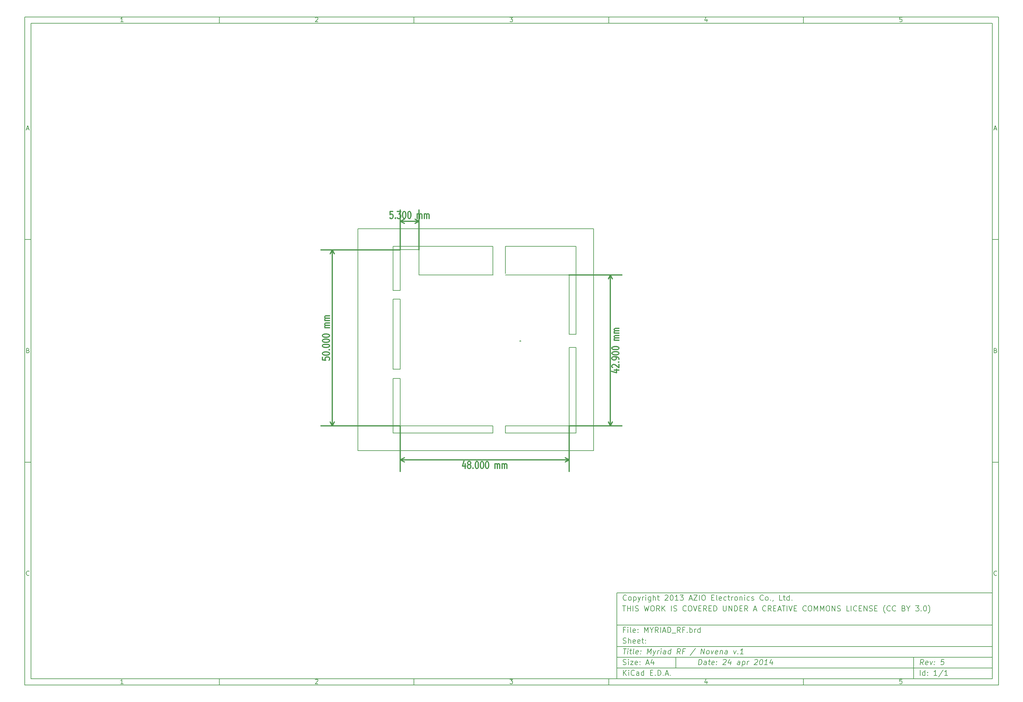
<source format=gbr>
G04 (created by PCBNEW (2013-05-31 BZR 4019)-stable) date 24/04/2014 12:04:12*
%MOIN*%
G04 Gerber Fmt 3.4, Leading zero omitted, Abs format*
%FSLAX34Y34*%
G01*
G70*
G90*
G04 APERTURE LIST*
%ADD10C,0.00590551*%
%ADD11C,0.012*%
%ADD12C,0.0077*%
G04 APERTURE END LIST*
G54D10*
X4000Y-4000D02*
X112930Y-4000D01*
X112930Y-78680D01*
X4000Y-78680D01*
X4000Y-4000D01*
X4700Y-4700D02*
X112230Y-4700D01*
X112230Y-77980D01*
X4700Y-77980D01*
X4700Y-4700D01*
X25780Y-4000D02*
X25780Y-4700D01*
X15032Y-4552D02*
X14747Y-4552D01*
X14890Y-4552D02*
X14890Y-4052D01*
X14842Y-4123D01*
X14794Y-4171D01*
X14747Y-4195D01*
X25780Y-78680D02*
X25780Y-77980D01*
X15032Y-78532D02*
X14747Y-78532D01*
X14890Y-78532D02*
X14890Y-78032D01*
X14842Y-78103D01*
X14794Y-78151D01*
X14747Y-78175D01*
X47560Y-4000D02*
X47560Y-4700D01*
X36527Y-4100D02*
X36550Y-4076D01*
X36598Y-4052D01*
X36717Y-4052D01*
X36765Y-4076D01*
X36789Y-4100D01*
X36812Y-4147D01*
X36812Y-4195D01*
X36789Y-4266D01*
X36503Y-4552D01*
X36812Y-4552D01*
X47560Y-78680D02*
X47560Y-77980D01*
X36527Y-78080D02*
X36550Y-78056D01*
X36598Y-78032D01*
X36717Y-78032D01*
X36765Y-78056D01*
X36789Y-78080D01*
X36812Y-78127D01*
X36812Y-78175D01*
X36789Y-78246D01*
X36503Y-78532D01*
X36812Y-78532D01*
X69340Y-4000D02*
X69340Y-4700D01*
X58283Y-4052D02*
X58592Y-4052D01*
X58426Y-4242D01*
X58497Y-4242D01*
X58545Y-4266D01*
X58569Y-4290D01*
X58592Y-4338D01*
X58592Y-4457D01*
X58569Y-4504D01*
X58545Y-4528D01*
X58497Y-4552D01*
X58354Y-4552D01*
X58307Y-4528D01*
X58283Y-4504D01*
X69340Y-78680D02*
X69340Y-77980D01*
X58283Y-78032D02*
X58592Y-78032D01*
X58426Y-78222D01*
X58497Y-78222D01*
X58545Y-78246D01*
X58569Y-78270D01*
X58592Y-78318D01*
X58592Y-78437D01*
X58569Y-78484D01*
X58545Y-78508D01*
X58497Y-78532D01*
X58354Y-78532D01*
X58307Y-78508D01*
X58283Y-78484D01*
X91120Y-4000D02*
X91120Y-4700D01*
X80325Y-4219D02*
X80325Y-4552D01*
X80206Y-4028D02*
X80087Y-4385D01*
X80396Y-4385D01*
X91120Y-78680D02*
X91120Y-77980D01*
X80325Y-78199D02*
X80325Y-78532D01*
X80206Y-78008D02*
X80087Y-78365D01*
X80396Y-78365D01*
X102129Y-4052D02*
X101890Y-4052D01*
X101867Y-4290D01*
X101890Y-4266D01*
X101938Y-4242D01*
X102057Y-4242D01*
X102105Y-4266D01*
X102129Y-4290D01*
X102152Y-4338D01*
X102152Y-4457D01*
X102129Y-4504D01*
X102105Y-4528D01*
X102057Y-4552D01*
X101938Y-4552D01*
X101890Y-4528D01*
X101867Y-4504D01*
X102129Y-78032D02*
X101890Y-78032D01*
X101867Y-78270D01*
X101890Y-78246D01*
X101938Y-78222D01*
X102057Y-78222D01*
X102105Y-78246D01*
X102129Y-78270D01*
X102152Y-78318D01*
X102152Y-78437D01*
X102129Y-78484D01*
X102105Y-78508D01*
X102057Y-78532D01*
X101938Y-78532D01*
X101890Y-78508D01*
X101867Y-78484D01*
X4000Y-28890D02*
X4700Y-28890D01*
X4230Y-16509D02*
X4469Y-16509D01*
X4183Y-16652D02*
X4350Y-16152D01*
X4516Y-16652D01*
X112930Y-28890D02*
X112230Y-28890D01*
X112460Y-16509D02*
X112699Y-16509D01*
X112413Y-16652D02*
X112580Y-16152D01*
X112746Y-16652D01*
X4000Y-53780D02*
X4700Y-53780D01*
X4385Y-41280D02*
X4457Y-41304D01*
X4480Y-41328D01*
X4504Y-41375D01*
X4504Y-41447D01*
X4480Y-41494D01*
X4457Y-41518D01*
X4409Y-41542D01*
X4219Y-41542D01*
X4219Y-41042D01*
X4385Y-41042D01*
X4433Y-41066D01*
X4457Y-41090D01*
X4480Y-41137D01*
X4480Y-41185D01*
X4457Y-41232D01*
X4433Y-41256D01*
X4385Y-41280D01*
X4219Y-41280D01*
X112930Y-53780D02*
X112230Y-53780D01*
X112615Y-41280D02*
X112687Y-41304D01*
X112710Y-41328D01*
X112734Y-41375D01*
X112734Y-41447D01*
X112710Y-41494D01*
X112687Y-41518D01*
X112639Y-41542D01*
X112449Y-41542D01*
X112449Y-41042D01*
X112615Y-41042D01*
X112663Y-41066D01*
X112687Y-41090D01*
X112710Y-41137D01*
X112710Y-41185D01*
X112687Y-41232D01*
X112663Y-41256D01*
X112615Y-41280D01*
X112449Y-41280D01*
X4504Y-66384D02*
X4480Y-66408D01*
X4409Y-66432D01*
X4361Y-66432D01*
X4290Y-66408D01*
X4242Y-66360D01*
X4219Y-66313D01*
X4195Y-66218D01*
X4195Y-66146D01*
X4219Y-66051D01*
X4242Y-66003D01*
X4290Y-65956D01*
X4361Y-65932D01*
X4409Y-65932D01*
X4480Y-65956D01*
X4504Y-65980D01*
X112734Y-66384D02*
X112710Y-66408D01*
X112639Y-66432D01*
X112591Y-66432D01*
X112520Y-66408D01*
X112472Y-66360D01*
X112449Y-66313D01*
X112425Y-66218D01*
X112425Y-66146D01*
X112449Y-66051D01*
X112472Y-66003D01*
X112520Y-65956D01*
X112591Y-65932D01*
X112639Y-65932D01*
X112710Y-65956D01*
X112734Y-65980D01*
X79380Y-76422D02*
X79455Y-75822D01*
X79597Y-75822D01*
X79680Y-75851D01*
X79730Y-75908D01*
X79751Y-75965D01*
X79765Y-76080D01*
X79755Y-76165D01*
X79712Y-76280D01*
X79676Y-76337D01*
X79612Y-76394D01*
X79522Y-76422D01*
X79380Y-76422D01*
X80237Y-76422D02*
X80276Y-76108D01*
X80255Y-76051D01*
X80201Y-76022D01*
X80087Y-76022D01*
X80026Y-76051D01*
X80240Y-76394D02*
X80180Y-76422D01*
X80037Y-76422D01*
X79983Y-76394D01*
X79962Y-76337D01*
X79969Y-76280D01*
X80005Y-76222D01*
X80065Y-76194D01*
X80208Y-76194D01*
X80269Y-76165D01*
X80487Y-76022D02*
X80715Y-76022D01*
X80597Y-75822D02*
X80533Y-76337D01*
X80555Y-76394D01*
X80608Y-76422D01*
X80665Y-76422D01*
X81097Y-76394D02*
X81037Y-76422D01*
X80922Y-76422D01*
X80869Y-76394D01*
X80847Y-76337D01*
X80876Y-76108D01*
X80912Y-76051D01*
X80972Y-76022D01*
X81087Y-76022D01*
X81140Y-76051D01*
X81162Y-76108D01*
X81155Y-76165D01*
X80862Y-76222D01*
X81387Y-76365D02*
X81412Y-76394D01*
X81380Y-76422D01*
X81355Y-76394D01*
X81387Y-76365D01*
X81380Y-76422D01*
X81426Y-76051D02*
X81451Y-76080D01*
X81419Y-76108D01*
X81394Y-76080D01*
X81426Y-76051D01*
X81419Y-76108D01*
X82162Y-75880D02*
X82194Y-75851D01*
X82255Y-75822D01*
X82397Y-75822D01*
X82451Y-75851D01*
X82476Y-75880D01*
X82497Y-75937D01*
X82490Y-75994D01*
X82451Y-76080D01*
X82065Y-76422D01*
X82437Y-76422D01*
X83001Y-76022D02*
X82951Y-76422D01*
X82887Y-75794D02*
X82690Y-76222D01*
X83062Y-76222D01*
X83980Y-76422D02*
X84019Y-76108D01*
X83997Y-76051D01*
X83944Y-76022D01*
X83830Y-76022D01*
X83769Y-76051D01*
X83983Y-76394D02*
X83922Y-76422D01*
X83780Y-76422D01*
X83726Y-76394D01*
X83705Y-76337D01*
X83712Y-76280D01*
X83747Y-76222D01*
X83808Y-76194D01*
X83951Y-76194D01*
X84012Y-76165D01*
X84315Y-76022D02*
X84240Y-76622D01*
X84312Y-76051D02*
X84372Y-76022D01*
X84487Y-76022D01*
X84540Y-76051D01*
X84565Y-76080D01*
X84587Y-76137D01*
X84565Y-76308D01*
X84530Y-76365D01*
X84497Y-76394D01*
X84437Y-76422D01*
X84322Y-76422D01*
X84269Y-76394D01*
X84808Y-76422D02*
X84858Y-76022D01*
X84844Y-76137D02*
X84880Y-76080D01*
X84912Y-76051D01*
X84972Y-76022D01*
X85030Y-76022D01*
X85676Y-75880D02*
X85708Y-75851D01*
X85769Y-75822D01*
X85912Y-75822D01*
X85965Y-75851D01*
X85990Y-75880D01*
X86012Y-75937D01*
X86005Y-75994D01*
X85965Y-76080D01*
X85580Y-76422D01*
X85951Y-76422D01*
X86397Y-75822D02*
X86455Y-75822D01*
X86508Y-75851D01*
X86533Y-75880D01*
X86555Y-75937D01*
X86569Y-76051D01*
X86551Y-76194D01*
X86508Y-76308D01*
X86472Y-76365D01*
X86440Y-76394D01*
X86380Y-76422D01*
X86322Y-76422D01*
X86269Y-76394D01*
X86244Y-76365D01*
X86222Y-76308D01*
X86208Y-76194D01*
X86226Y-76051D01*
X86269Y-75937D01*
X86305Y-75880D01*
X86337Y-75851D01*
X86397Y-75822D01*
X87094Y-76422D02*
X86751Y-76422D01*
X86922Y-76422D02*
X86997Y-75822D01*
X86930Y-75908D01*
X86865Y-75965D01*
X86805Y-75994D01*
X87658Y-76022D02*
X87608Y-76422D01*
X87544Y-75794D02*
X87347Y-76222D01*
X87719Y-76222D01*
X70972Y-77622D02*
X70972Y-77022D01*
X71315Y-77622D02*
X71058Y-77280D01*
X71315Y-77022D02*
X70972Y-77365D01*
X71572Y-77622D02*
X71572Y-77222D01*
X71572Y-77022D02*
X71544Y-77051D01*
X71572Y-77080D01*
X71601Y-77051D01*
X71572Y-77022D01*
X71572Y-77080D01*
X72201Y-77565D02*
X72172Y-77594D01*
X72087Y-77622D01*
X72030Y-77622D01*
X71944Y-77594D01*
X71887Y-77537D01*
X71858Y-77480D01*
X71830Y-77365D01*
X71830Y-77280D01*
X71858Y-77165D01*
X71887Y-77108D01*
X71944Y-77051D01*
X72030Y-77022D01*
X72087Y-77022D01*
X72172Y-77051D01*
X72201Y-77080D01*
X72715Y-77622D02*
X72715Y-77308D01*
X72687Y-77251D01*
X72630Y-77222D01*
X72515Y-77222D01*
X72458Y-77251D01*
X72715Y-77594D02*
X72658Y-77622D01*
X72515Y-77622D01*
X72458Y-77594D01*
X72430Y-77537D01*
X72430Y-77480D01*
X72458Y-77422D01*
X72515Y-77394D01*
X72658Y-77394D01*
X72715Y-77365D01*
X73258Y-77622D02*
X73258Y-77022D01*
X73258Y-77594D02*
X73201Y-77622D01*
X73087Y-77622D01*
X73030Y-77594D01*
X73001Y-77565D01*
X72972Y-77508D01*
X72972Y-77337D01*
X73001Y-77280D01*
X73030Y-77251D01*
X73087Y-77222D01*
X73201Y-77222D01*
X73258Y-77251D01*
X74001Y-77308D02*
X74201Y-77308D01*
X74287Y-77622D02*
X74001Y-77622D01*
X74001Y-77022D01*
X74287Y-77022D01*
X74544Y-77565D02*
X74572Y-77594D01*
X74544Y-77622D01*
X74515Y-77594D01*
X74544Y-77565D01*
X74544Y-77622D01*
X74829Y-77622D02*
X74829Y-77022D01*
X74972Y-77022D01*
X75058Y-77051D01*
X75115Y-77108D01*
X75144Y-77165D01*
X75172Y-77280D01*
X75172Y-77365D01*
X75144Y-77480D01*
X75115Y-77537D01*
X75058Y-77594D01*
X74972Y-77622D01*
X74829Y-77622D01*
X75429Y-77565D02*
X75458Y-77594D01*
X75429Y-77622D01*
X75401Y-77594D01*
X75429Y-77565D01*
X75429Y-77622D01*
X75687Y-77451D02*
X75972Y-77451D01*
X75629Y-77622D02*
X75829Y-77022D01*
X76029Y-77622D01*
X76229Y-77565D02*
X76258Y-77594D01*
X76229Y-77622D01*
X76201Y-77594D01*
X76229Y-77565D01*
X76229Y-77622D01*
X104522Y-76422D02*
X104358Y-76137D01*
X104180Y-76422D02*
X104255Y-75822D01*
X104483Y-75822D01*
X104537Y-75851D01*
X104562Y-75880D01*
X104583Y-75937D01*
X104572Y-76022D01*
X104537Y-76080D01*
X104505Y-76108D01*
X104444Y-76137D01*
X104215Y-76137D01*
X105012Y-76394D02*
X104951Y-76422D01*
X104837Y-76422D01*
X104783Y-76394D01*
X104762Y-76337D01*
X104790Y-76108D01*
X104826Y-76051D01*
X104887Y-76022D01*
X105001Y-76022D01*
X105055Y-76051D01*
X105076Y-76108D01*
X105069Y-76165D01*
X104776Y-76222D01*
X105287Y-76022D02*
X105380Y-76422D01*
X105572Y-76022D01*
X105758Y-76365D02*
X105783Y-76394D01*
X105751Y-76422D01*
X105726Y-76394D01*
X105758Y-76365D01*
X105751Y-76422D01*
X105797Y-76051D02*
X105822Y-76080D01*
X105790Y-76108D01*
X105765Y-76080D01*
X105797Y-76051D01*
X105790Y-76108D01*
X106855Y-75822D02*
X106569Y-75822D01*
X106505Y-76108D01*
X106537Y-76080D01*
X106597Y-76051D01*
X106740Y-76051D01*
X106794Y-76080D01*
X106819Y-76108D01*
X106840Y-76165D01*
X106822Y-76308D01*
X106787Y-76365D01*
X106755Y-76394D01*
X106694Y-76422D01*
X106551Y-76422D01*
X106497Y-76394D01*
X106472Y-76365D01*
X70944Y-76394D02*
X71030Y-76422D01*
X71172Y-76422D01*
X71230Y-76394D01*
X71258Y-76365D01*
X71287Y-76308D01*
X71287Y-76251D01*
X71258Y-76194D01*
X71230Y-76165D01*
X71172Y-76137D01*
X71058Y-76108D01*
X71001Y-76080D01*
X70972Y-76051D01*
X70944Y-75994D01*
X70944Y-75937D01*
X70972Y-75880D01*
X71001Y-75851D01*
X71058Y-75822D01*
X71201Y-75822D01*
X71287Y-75851D01*
X71544Y-76422D02*
X71544Y-76022D01*
X71544Y-75822D02*
X71515Y-75851D01*
X71544Y-75880D01*
X71572Y-75851D01*
X71544Y-75822D01*
X71544Y-75880D01*
X71772Y-76022D02*
X72087Y-76022D01*
X71772Y-76422D01*
X72087Y-76422D01*
X72544Y-76394D02*
X72487Y-76422D01*
X72372Y-76422D01*
X72315Y-76394D01*
X72287Y-76337D01*
X72287Y-76108D01*
X72315Y-76051D01*
X72372Y-76022D01*
X72487Y-76022D01*
X72544Y-76051D01*
X72572Y-76108D01*
X72572Y-76165D01*
X72287Y-76222D01*
X72830Y-76365D02*
X72858Y-76394D01*
X72830Y-76422D01*
X72801Y-76394D01*
X72830Y-76365D01*
X72830Y-76422D01*
X72830Y-76051D02*
X72858Y-76080D01*
X72830Y-76108D01*
X72801Y-76080D01*
X72830Y-76051D01*
X72830Y-76108D01*
X73544Y-76251D02*
X73830Y-76251D01*
X73487Y-76422D02*
X73687Y-75822D01*
X73887Y-76422D01*
X74344Y-76022D02*
X74344Y-76422D01*
X74201Y-75794D02*
X74058Y-76222D01*
X74430Y-76222D01*
X104172Y-77622D02*
X104172Y-77022D01*
X104715Y-77622D02*
X104715Y-77022D01*
X104715Y-77594D02*
X104658Y-77622D01*
X104544Y-77622D01*
X104487Y-77594D01*
X104458Y-77565D01*
X104430Y-77508D01*
X104430Y-77337D01*
X104458Y-77280D01*
X104487Y-77251D01*
X104544Y-77222D01*
X104658Y-77222D01*
X104715Y-77251D01*
X105001Y-77565D02*
X105030Y-77594D01*
X105001Y-77622D01*
X104972Y-77594D01*
X105001Y-77565D01*
X105001Y-77622D01*
X105001Y-77251D02*
X105030Y-77280D01*
X105001Y-77308D01*
X104972Y-77280D01*
X105001Y-77251D01*
X105001Y-77308D01*
X106058Y-77622D02*
X105715Y-77622D01*
X105887Y-77622D02*
X105887Y-77022D01*
X105829Y-77108D01*
X105772Y-77165D01*
X105715Y-77194D01*
X106744Y-76994D02*
X106230Y-77765D01*
X107258Y-77622D02*
X106915Y-77622D01*
X107087Y-77622D02*
X107087Y-77022D01*
X107029Y-77108D01*
X106972Y-77165D01*
X106915Y-77194D01*
X70969Y-74622D02*
X71312Y-74622D01*
X71065Y-75222D02*
X71140Y-74622D01*
X71437Y-75222D02*
X71487Y-74822D01*
X71512Y-74622D02*
X71480Y-74651D01*
X71505Y-74680D01*
X71537Y-74651D01*
X71512Y-74622D01*
X71505Y-74680D01*
X71687Y-74822D02*
X71915Y-74822D01*
X71797Y-74622D02*
X71733Y-75137D01*
X71755Y-75194D01*
X71808Y-75222D01*
X71865Y-75222D01*
X72151Y-75222D02*
X72097Y-75194D01*
X72076Y-75137D01*
X72140Y-74622D01*
X72612Y-75194D02*
X72551Y-75222D01*
X72437Y-75222D01*
X72383Y-75194D01*
X72362Y-75137D01*
X72390Y-74908D01*
X72426Y-74851D01*
X72487Y-74822D01*
X72601Y-74822D01*
X72655Y-74851D01*
X72676Y-74908D01*
X72669Y-74965D01*
X72376Y-75022D01*
X72901Y-75165D02*
X72926Y-75194D01*
X72894Y-75222D01*
X72869Y-75194D01*
X72901Y-75165D01*
X72894Y-75222D01*
X72940Y-74851D02*
X72965Y-74880D01*
X72933Y-74908D01*
X72908Y-74880D01*
X72940Y-74851D01*
X72933Y-74908D01*
X73637Y-75222D02*
X73712Y-74622D01*
X73858Y-75051D01*
X74112Y-74622D01*
X74037Y-75222D01*
X74315Y-74822D02*
X74408Y-75222D01*
X74601Y-74822D02*
X74408Y-75222D01*
X74333Y-75365D01*
X74301Y-75394D01*
X74240Y-75422D01*
X74780Y-75222D02*
X74830Y-74822D01*
X74815Y-74937D02*
X74851Y-74880D01*
X74883Y-74851D01*
X74944Y-74822D01*
X75001Y-74822D01*
X75151Y-75222D02*
X75201Y-74822D01*
X75226Y-74622D02*
X75194Y-74651D01*
X75219Y-74680D01*
X75251Y-74651D01*
X75226Y-74622D01*
X75219Y-74680D01*
X75694Y-75222D02*
X75733Y-74908D01*
X75712Y-74851D01*
X75658Y-74822D01*
X75544Y-74822D01*
X75483Y-74851D01*
X75697Y-75194D02*
X75637Y-75222D01*
X75494Y-75222D01*
X75440Y-75194D01*
X75419Y-75137D01*
X75426Y-75080D01*
X75462Y-75022D01*
X75522Y-74994D01*
X75665Y-74994D01*
X75726Y-74965D01*
X76237Y-75222D02*
X76312Y-74622D01*
X76240Y-75194D02*
X76180Y-75222D01*
X76065Y-75222D01*
X76012Y-75194D01*
X75987Y-75165D01*
X75965Y-75108D01*
X75987Y-74937D01*
X76022Y-74880D01*
X76055Y-74851D01*
X76115Y-74822D01*
X76230Y-74822D01*
X76283Y-74851D01*
X77322Y-75222D02*
X77158Y-74937D01*
X76980Y-75222D02*
X77055Y-74622D01*
X77283Y-74622D01*
X77337Y-74651D01*
X77362Y-74680D01*
X77383Y-74737D01*
X77372Y-74822D01*
X77337Y-74880D01*
X77305Y-74908D01*
X77244Y-74937D01*
X77015Y-74937D01*
X77819Y-74908D02*
X77619Y-74908D01*
X77580Y-75222D02*
X77655Y-74622D01*
X77940Y-74622D01*
X79058Y-74594D02*
X78447Y-75365D01*
X79637Y-75222D02*
X79712Y-74622D01*
X79980Y-75222D01*
X80055Y-74622D01*
X80351Y-75222D02*
X80297Y-75194D01*
X80272Y-75165D01*
X80251Y-75108D01*
X80272Y-74937D01*
X80308Y-74880D01*
X80340Y-74851D01*
X80401Y-74822D01*
X80487Y-74822D01*
X80540Y-74851D01*
X80565Y-74880D01*
X80587Y-74937D01*
X80565Y-75108D01*
X80530Y-75165D01*
X80497Y-75194D01*
X80437Y-75222D01*
X80351Y-75222D01*
X80801Y-74822D02*
X80894Y-75222D01*
X81087Y-74822D01*
X81497Y-75194D02*
X81437Y-75222D01*
X81322Y-75222D01*
X81269Y-75194D01*
X81247Y-75137D01*
X81276Y-74908D01*
X81312Y-74851D01*
X81372Y-74822D01*
X81487Y-74822D01*
X81540Y-74851D01*
X81562Y-74908D01*
X81555Y-74965D01*
X81262Y-75022D01*
X81830Y-74822D02*
X81780Y-75222D01*
X81822Y-74880D02*
X81855Y-74851D01*
X81915Y-74822D01*
X82001Y-74822D01*
X82055Y-74851D01*
X82076Y-74908D01*
X82037Y-75222D01*
X82580Y-75222D02*
X82619Y-74908D01*
X82597Y-74851D01*
X82544Y-74822D01*
X82430Y-74822D01*
X82369Y-74851D01*
X82583Y-75194D02*
X82522Y-75222D01*
X82380Y-75222D01*
X82326Y-75194D01*
X82305Y-75137D01*
X82312Y-75080D01*
X82347Y-75022D01*
X82408Y-74994D01*
X82551Y-74994D01*
X82612Y-74965D01*
X83315Y-74822D02*
X83408Y-75222D01*
X83601Y-74822D01*
X83787Y-75165D02*
X83812Y-75194D01*
X83780Y-75222D01*
X83755Y-75194D01*
X83787Y-75165D01*
X83780Y-75222D01*
X84380Y-75222D02*
X84037Y-75222D01*
X84208Y-75222D02*
X84283Y-74622D01*
X84215Y-74708D01*
X84151Y-74765D01*
X84090Y-74794D01*
X71172Y-72508D02*
X70972Y-72508D01*
X70972Y-72822D02*
X70972Y-72222D01*
X71258Y-72222D01*
X71487Y-72822D02*
X71487Y-72422D01*
X71487Y-72222D02*
X71458Y-72251D01*
X71487Y-72280D01*
X71515Y-72251D01*
X71487Y-72222D01*
X71487Y-72280D01*
X71858Y-72822D02*
X71801Y-72794D01*
X71772Y-72737D01*
X71772Y-72222D01*
X72315Y-72794D02*
X72258Y-72822D01*
X72144Y-72822D01*
X72087Y-72794D01*
X72058Y-72737D01*
X72058Y-72508D01*
X72087Y-72451D01*
X72144Y-72422D01*
X72258Y-72422D01*
X72315Y-72451D01*
X72344Y-72508D01*
X72344Y-72565D01*
X72058Y-72622D01*
X72601Y-72765D02*
X72630Y-72794D01*
X72601Y-72822D01*
X72572Y-72794D01*
X72601Y-72765D01*
X72601Y-72822D01*
X72601Y-72451D02*
X72630Y-72480D01*
X72601Y-72508D01*
X72572Y-72480D01*
X72601Y-72451D01*
X72601Y-72508D01*
X73344Y-72822D02*
X73344Y-72222D01*
X73544Y-72651D01*
X73744Y-72222D01*
X73744Y-72822D01*
X74144Y-72537D02*
X74144Y-72822D01*
X73944Y-72222D02*
X74144Y-72537D01*
X74344Y-72222D01*
X74887Y-72822D02*
X74687Y-72537D01*
X74544Y-72822D02*
X74544Y-72222D01*
X74772Y-72222D01*
X74830Y-72251D01*
X74858Y-72280D01*
X74887Y-72337D01*
X74887Y-72422D01*
X74858Y-72480D01*
X74830Y-72508D01*
X74772Y-72537D01*
X74544Y-72537D01*
X75144Y-72822D02*
X75144Y-72222D01*
X75401Y-72651D02*
X75687Y-72651D01*
X75344Y-72822D02*
X75544Y-72222D01*
X75744Y-72822D01*
X75944Y-72822D02*
X75944Y-72222D01*
X76087Y-72222D01*
X76172Y-72251D01*
X76230Y-72308D01*
X76258Y-72365D01*
X76287Y-72480D01*
X76287Y-72565D01*
X76258Y-72680D01*
X76230Y-72737D01*
X76172Y-72794D01*
X76087Y-72822D01*
X75944Y-72822D01*
X76401Y-72880D02*
X76858Y-72880D01*
X77344Y-72822D02*
X77144Y-72537D01*
X77001Y-72822D02*
X77001Y-72222D01*
X77230Y-72222D01*
X77287Y-72251D01*
X77315Y-72280D01*
X77344Y-72337D01*
X77344Y-72422D01*
X77315Y-72480D01*
X77287Y-72508D01*
X77230Y-72537D01*
X77001Y-72537D01*
X77801Y-72508D02*
X77601Y-72508D01*
X77601Y-72822D02*
X77601Y-72222D01*
X77887Y-72222D01*
X78115Y-72765D02*
X78144Y-72794D01*
X78115Y-72822D01*
X78087Y-72794D01*
X78115Y-72765D01*
X78115Y-72822D01*
X78401Y-72822D02*
X78401Y-72222D01*
X78401Y-72451D02*
X78458Y-72422D01*
X78572Y-72422D01*
X78630Y-72451D01*
X78658Y-72480D01*
X78687Y-72537D01*
X78687Y-72708D01*
X78658Y-72765D01*
X78630Y-72794D01*
X78572Y-72822D01*
X78458Y-72822D01*
X78401Y-72794D01*
X78944Y-72822D02*
X78944Y-72422D01*
X78944Y-72537D02*
X78972Y-72480D01*
X79001Y-72451D01*
X79058Y-72422D01*
X79115Y-72422D01*
X79572Y-72822D02*
X79572Y-72222D01*
X79572Y-72794D02*
X79515Y-72822D01*
X79401Y-72822D01*
X79344Y-72794D01*
X79315Y-72765D01*
X79287Y-72708D01*
X79287Y-72537D01*
X79315Y-72480D01*
X79344Y-72451D01*
X79401Y-72422D01*
X79515Y-72422D01*
X79572Y-72451D01*
X70944Y-73994D02*
X71030Y-74022D01*
X71172Y-74022D01*
X71230Y-73994D01*
X71258Y-73965D01*
X71287Y-73908D01*
X71287Y-73851D01*
X71258Y-73794D01*
X71230Y-73765D01*
X71172Y-73737D01*
X71058Y-73708D01*
X71001Y-73680D01*
X70972Y-73651D01*
X70944Y-73594D01*
X70944Y-73537D01*
X70972Y-73480D01*
X71001Y-73451D01*
X71058Y-73422D01*
X71201Y-73422D01*
X71287Y-73451D01*
X71544Y-74022D02*
X71544Y-73422D01*
X71801Y-74022D02*
X71801Y-73708D01*
X71772Y-73651D01*
X71715Y-73622D01*
X71630Y-73622D01*
X71572Y-73651D01*
X71544Y-73680D01*
X72315Y-73994D02*
X72258Y-74022D01*
X72144Y-74022D01*
X72087Y-73994D01*
X72058Y-73937D01*
X72058Y-73708D01*
X72087Y-73651D01*
X72144Y-73622D01*
X72258Y-73622D01*
X72315Y-73651D01*
X72344Y-73708D01*
X72344Y-73765D01*
X72058Y-73822D01*
X72830Y-73994D02*
X72772Y-74022D01*
X72658Y-74022D01*
X72601Y-73994D01*
X72572Y-73937D01*
X72572Y-73708D01*
X72601Y-73651D01*
X72658Y-73622D01*
X72772Y-73622D01*
X72830Y-73651D01*
X72858Y-73708D01*
X72858Y-73765D01*
X72572Y-73822D01*
X73030Y-73622D02*
X73258Y-73622D01*
X73115Y-73422D02*
X73115Y-73937D01*
X73144Y-73994D01*
X73201Y-74022D01*
X73258Y-74022D01*
X73458Y-73965D02*
X73487Y-73994D01*
X73458Y-74022D01*
X73430Y-73994D01*
X73458Y-73965D01*
X73458Y-74022D01*
X73458Y-73651D02*
X73487Y-73680D01*
X73458Y-73708D01*
X73430Y-73680D01*
X73458Y-73651D01*
X73458Y-73708D01*
X70887Y-69822D02*
X71230Y-69822D01*
X71058Y-70422D02*
X71058Y-69822D01*
X71430Y-70422D02*
X71430Y-69822D01*
X71430Y-70108D02*
X71772Y-70108D01*
X71772Y-70422D02*
X71772Y-69822D01*
X72058Y-70422D02*
X72058Y-69822D01*
X72315Y-70394D02*
X72401Y-70422D01*
X72544Y-70422D01*
X72601Y-70394D01*
X72629Y-70365D01*
X72658Y-70308D01*
X72658Y-70251D01*
X72629Y-70194D01*
X72601Y-70165D01*
X72544Y-70137D01*
X72429Y-70108D01*
X72372Y-70080D01*
X72344Y-70051D01*
X72315Y-69994D01*
X72315Y-69937D01*
X72344Y-69880D01*
X72372Y-69851D01*
X72429Y-69822D01*
X72572Y-69822D01*
X72658Y-69851D01*
X73315Y-69822D02*
X73458Y-70422D01*
X73572Y-69994D01*
X73687Y-70422D01*
X73830Y-69822D01*
X74172Y-69822D02*
X74287Y-69822D01*
X74344Y-69851D01*
X74401Y-69908D01*
X74430Y-70022D01*
X74430Y-70222D01*
X74401Y-70337D01*
X74344Y-70394D01*
X74287Y-70422D01*
X74172Y-70422D01*
X74115Y-70394D01*
X74058Y-70337D01*
X74030Y-70222D01*
X74030Y-70022D01*
X74058Y-69908D01*
X74115Y-69851D01*
X74172Y-69822D01*
X75029Y-70422D02*
X74829Y-70137D01*
X74687Y-70422D02*
X74687Y-69822D01*
X74915Y-69822D01*
X74972Y-69851D01*
X75001Y-69880D01*
X75029Y-69937D01*
X75029Y-70022D01*
X75001Y-70080D01*
X74972Y-70108D01*
X74915Y-70137D01*
X74687Y-70137D01*
X75287Y-70422D02*
X75287Y-69822D01*
X75629Y-70422D02*
X75372Y-70080D01*
X75629Y-69822D02*
X75287Y-70165D01*
X76344Y-70422D02*
X76344Y-69822D01*
X76601Y-70394D02*
X76687Y-70422D01*
X76829Y-70422D01*
X76887Y-70394D01*
X76915Y-70365D01*
X76944Y-70308D01*
X76944Y-70251D01*
X76915Y-70194D01*
X76887Y-70165D01*
X76829Y-70137D01*
X76715Y-70108D01*
X76658Y-70080D01*
X76629Y-70051D01*
X76601Y-69994D01*
X76601Y-69937D01*
X76629Y-69880D01*
X76658Y-69851D01*
X76715Y-69822D01*
X76858Y-69822D01*
X76944Y-69851D01*
X78001Y-70365D02*
X77972Y-70394D01*
X77887Y-70422D01*
X77830Y-70422D01*
X77744Y-70394D01*
X77687Y-70337D01*
X77658Y-70280D01*
X77630Y-70165D01*
X77630Y-70080D01*
X77658Y-69965D01*
X77687Y-69908D01*
X77744Y-69851D01*
X77830Y-69822D01*
X77887Y-69822D01*
X77972Y-69851D01*
X78001Y-69880D01*
X78372Y-69822D02*
X78487Y-69822D01*
X78544Y-69851D01*
X78601Y-69908D01*
X78630Y-70022D01*
X78630Y-70222D01*
X78601Y-70337D01*
X78544Y-70394D01*
X78487Y-70422D01*
X78372Y-70422D01*
X78315Y-70394D01*
X78258Y-70337D01*
X78230Y-70222D01*
X78230Y-70022D01*
X78258Y-69908D01*
X78315Y-69851D01*
X78372Y-69822D01*
X78801Y-69822D02*
X79001Y-70422D01*
X79201Y-69822D01*
X79401Y-70108D02*
X79601Y-70108D01*
X79687Y-70422D02*
X79401Y-70422D01*
X79401Y-69822D01*
X79687Y-69822D01*
X80287Y-70422D02*
X80087Y-70137D01*
X79944Y-70422D02*
X79944Y-69822D01*
X80172Y-69822D01*
X80229Y-69851D01*
X80258Y-69880D01*
X80287Y-69937D01*
X80287Y-70022D01*
X80258Y-70080D01*
X80229Y-70108D01*
X80172Y-70137D01*
X79944Y-70137D01*
X80544Y-70108D02*
X80744Y-70108D01*
X80829Y-70422D02*
X80544Y-70422D01*
X80544Y-69822D01*
X80829Y-69822D01*
X81087Y-70422D02*
X81087Y-69822D01*
X81229Y-69822D01*
X81315Y-69851D01*
X81372Y-69908D01*
X81401Y-69965D01*
X81429Y-70080D01*
X81429Y-70165D01*
X81401Y-70280D01*
X81372Y-70337D01*
X81315Y-70394D01*
X81229Y-70422D01*
X81087Y-70422D01*
X82144Y-69822D02*
X82144Y-70308D01*
X82172Y-70365D01*
X82201Y-70394D01*
X82258Y-70422D01*
X82372Y-70422D01*
X82429Y-70394D01*
X82458Y-70365D01*
X82487Y-70308D01*
X82487Y-69822D01*
X82772Y-70422D02*
X82772Y-69822D01*
X83115Y-70422D01*
X83115Y-69822D01*
X83401Y-70422D02*
X83401Y-69822D01*
X83544Y-69822D01*
X83629Y-69851D01*
X83687Y-69908D01*
X83715Y-69965D01*
X83744Y-70080D01*
X83744Y-70165D01*
X83715Y-70280D01*
X83687Y-70337D01*
X83629Y-70394D01*
X83544Y-70422D01*
X83401Y-70422D01*
X84001Y-70108D02*
X84201Y-70108D01*
X84287Y-70422D02*
X84001Y-70422D01*
X84001Y-69822D01*
X84287Y-69822D01*
X84887Y-70422D02*
X84687Y-70137D01*
X84544Y-70422D02*
X84544Y-69822D01*
X84772Y-69822D01*
X84829Y-69851D01*
X84858Y-69880D01*
X84887Y-69937D01*
X84887Y-70022D01*
X84858Y-70080D01*
X84829Y-70108D01*
X84772Y-70137D01*
X84544Y-70137D01*
X85572Y-70251D02*
X85858Y-70251D01*
X85515Y-70422D02*
X85715Y-69822D01*
X85915Y-70422D01*
X86915Y-70365D02*
X86887Y-70394D01*
X86801Y-70422D01*
X86744Y-70422D01*
X86658Y-70394D01*
X86601Y-70337D01*
X86572Y-70280D01*
X86544Y-70165D01*
X86544Y-70080D01*
X86572Y-69965D01*
X86601Y-69908D01*
X86658Y-69851D01*
X86744Y-69822D01*
X86801Y-69822D01*
X86887Y-69851D01*
X86915Y-69880D01*
X87515Y-70422D02*
X87315Y-70137D01*
X87172Y-70422D02*
X87172Y-69822D01*
X87401Y-69822D01*
X87458Y-69851D01*
X87487Y-69880D01*
X87515Y-69937D01*
X87515Y-70022D01*
X87487Y-70080D01*
X87458Y-70108D01*
X87401Y-70137D01*
X87172Y-70137D01*
X87772Y-70108D02*
X87972Y-70108D01*
X88058Y-70422D02*
X87772Y-70422D01*
X87772Y-69822D01*
X88058Y-69822D01*
X88287Y-70251D02*
X88572Y-70251D01*
X88229Y-70422D02*
X88429Y-69822D01*
X88629Y-70422D01*
X88744Y-69822D02*
X89087Y-69822D01*
X88915Y-70422D02*
X88915Y-69822D01*
X89287Y-70422D02*
X89287Y-69822D01*
X89487Y-69822D02*
X89687Y-70422D01*
X89887Y-69822D01*
X90087Y-70108D02*
X90287Y-70108D01*
X90372Y-70422D02*
X90087Y-70422D01*
X90087Y-69822D01*
X90372Y-69822D01*
X91429Y-70365D02*
X91401Y-70394D01*
X91315Y-70422D01*
X91258Y-70422D01*
X91172Y-70394D01*
X91115Y-70337D01*
X91087Y-70280D01*
X91058Y-70165D01*
X91058Y-70080D01*
X91087Y-69965D01*
X91115Y-69908D01*
X91172Y-69851D01*
X91258Y-69822D01*
X91315Y-69822D01*
X91401Y-69851D01*
X91429Y-69880D01*
X91801Y-69822D02*
X91915Y-69822D01*
X91972Y-69851D01*
X92029Y-69908D01*
X92058Y-70022D01*
X92058Y-70222D01*
X92029Y-70337D01*
X91972Y-70394D01*
X91915Y-70422D01*
X91801Y-70422D01*
X91744Y-70394D01*
X91687Y-70337D01*
X91658Y-70222D01*
X91658Y-70022D01*
X91687Y-69908D01*
X91744Y-69851D01*
X91801Y-69822D01*
X92315Y-70422D02*
X92315Y-69822D01*
X92515Y-70251D01*
X92715Y-69822D01*
X92715Y-70422D01*
X93001Y-70422D02*
X93001Y-69822D01*
X93201Y-70251D01*
X93401Y-69822D01*
X93401Y-70422D01*
X93801Y-69822D02*
X93915Y-69822D01*
X93972Y-69851D01*
X94029Y-69908D01*
X94058Y-70022D01*
X94058Y-70222D01*
X94029Y-70337D01*
X93972Y-70394D01*
X93915Y-70422D01*
X93801Y-70422D01*
X93744Y-70394D01*
X93687Y-70337D01*
X93658Y-70222D01*
X93658Y-70022D01*
X93687Y-69908D01*
X93744Y-69851D01*
X93801Y-69822D01*
X94315Y-70422D02*
X94315Y-69822D01*
X94658Y-70422D01*
X94658Y-69822D01*
X94915Y-70394D02*
X95001Y-70422D01*
X95144Y-70422D01*
X95201Y-70394D01*
X95229Y-70365D01*
X95258Y-70308D01*
X95258Y-70251D01*
X95229Y-70194D01*
X95201Y-70165D01*
X95144Y-70137D01*
X95029Y-70108D01*
X94972Y-70080D01*
X94944Y-70051D01*
X94915Y-69994D01*
X94915Y-69937D01*
X94944Y-69880D01*
X94972Y-69851D01*
X95029Y-69822D01*
X95172Y-69822D01*
X95258Y-69851D01*
X96258Y-70422D02*
X95972Y-70422D01*
X95972Y-69822D01*
X96458Y-70422D02*
X96458Y-69822D01*
X97087Y-70365D02*
X97058Y-70394D01*
X96972Y-70422D01*
X96915Y-70422D01*
X96829Y-70394D01*
X96772Y-70337D01*
X96744Y-70280D01*
X96715Y-70165D01*
X96715Y-70080D01*
X96744Y-69965D01*
X96772Y-69908D01*
X96829Y-69851D01*
X96915Y-69822D01*
X96972Y-69822D01*
X97058Y-69851D01*
X97087Y-69880D01*
X97344Y-70108D02*
X97544Y-70108D01*
X97629Y-70422D02*
X97344Y-70422D01*
X97344Y-69822D01*
X97629Y-69822D01*
X97887Y-70422D02*
X97887Y-69822D01*
X98229Y-70422D01*
X98229Y-69822D01*
X98487Y-70394D02*
X98572Y-70422D01*
X98715Y-70422D01*
X98772Y-70394D01*
X98801Y-70365D01*
X98829Y-70308D01*
X98829Y-70251D01*
X98801Y-70194D01*
X98772Y-70165D01*
X98715Y-70137D01*
X98601Y-70108D01*
X98544Y-70080D01*
X98515Y-70051D01*
X98487Y-69994D01*
X98487Y-69937D01*
X98515Y-69880D01*
X98544Y-69851D01*
X98601Y-69822D01*
X98744Y-69822D01*
X98829Y-69851D01*
X99087Y-70108D02*
X99287Y-70108D01*
X99372Y-70422D02*
X99087Y-70422D01*
X99087Y-69822D01*
X99372Y-69822D01*
X100258Y-70651D02*
X100229Y-70622D01*
X100172Y-70537D01*
X100144Y-70480D01*
X100115Y-70394D01*
X100087Y-70251D01*
X100087Y-70137D01*
X100115Y-69994D01*
X100144Y-69908D01*
X100172Y-69851D01*
X100229Y-69765D01*
X100258Y-69737D01*
X100829Y-70365D02*
X100801Y-70394D01*
X100715Y-70422D01*
X100658Y-70422D01*
X100572Y-70394D01*
X100515Y-70337D01*
X100487Y-70280D01*
X100458Y-70165D01*
X100458Y-70080D01*
X100487Y-69965D01*
X100515Y-69908D01*
X100572Y-69851D01*
X100658Y-69822D01*
X100715Y-69822D01*
X100801Y-69851D01*
X100829Y-69880D01*
X101429Y-70365D02*
X101401Y-70394D01*
X101315Y-70422D01*
X101258Y-70422D01*
X101172Y-70394D01*
X101115Y-70337D01*
X101087Y-70280D01*
X101058Y-70165D01*
X101058Y-70080D01*
X101087Y-69965D01*
X101115Y-69908D01*
X101172Y-69851D01*
X101258Y-69822D01*
X101315Y-69822D01*
X101401Y-69851D01*
X101429Y-69880D01*
X102344Y-70108D02*
X102429Y-70137D01*
X102458Y-70165D01*
X102487Y-70222D01*
X102487Y-70308D01*
X102458Y-70365D01*
X102429Y-70394D01*
X102372Y-70422D01*
X102144Y-70422D01*
X102144Y-69822D01*
X102344Y-69822D01*
X102401Y-69851D01*
X102429Y-69880D01*
X102458Y-69937D01*
X102458Y-69994D01*
X102429Y-70051D01*
X102401Y-70080D01*
X102344Y-70108D01*
X102144Y-70108D01*
X102858Y-70137D02*
X102858Y-70422D01*
X102658Y-69822D02*
X102858Y-70137D01*
X103058Y-69822D01*
X103658Y-69822D02*
X104029Y-69822D01*
X103829Y-70051D01*
X103915Y-70051D01*
X103972Y-70080D01*
X104001Y-70108D01*
X104029Y-70165D01*
X104029Y-70308D01*
X104001Y-70365D01*
X103972Y-70394D01*
X103915Y-70422D01*
X103744Y-70422D01*
X103687Y-70394D01*
X103658Y-70365D01*
X104287Y-70365D02*
X104315Y-70394D01*
X104287Y-70422D01*
X104258Y-70394D01*
X104287Y-70365D01*
X104287Y-70422D01*
X104687Y-69822D02*
X104744Y-69822D01*
X104801Y-69851D01*
X104829Y-69880D01*
X104858Y-69937D01*
X104887Y-70051D01*
X104887Y-70194D01*
X104858Y-70308D01*
X104829Y-70365D01*
X104801Y-70394D01*
X104744Y-70422D01*
X104687Y-70422D01*
X104629Y-70394D01*
X104601Y-70365D01*
X104572Y-70308D01*
X104544Y-70194D01*
X104544Y-70051D01*
X104572Y-69937D01*
X104601Y-69880D01*
X104629Y-69851D01*
X104687Y-69822D01*
X105087Y-70651D02*
X105115Y-70622D01*
X105172Y-70537D01*
X105201Y-70480D01*
X105229Y-70394D01*
X105258Y-70251D01*
X105258Y-70137D01*
X105229Y-69994D01*
X105201Y-69908D01*
X105172Y-69851D01*
X105115Y-69765D01*
X105087Y-69737D01*
X71315Y-69165D02*
X71287Y-69194D01*
X71201Y-69222D01*
X71144Y-69222D01*
X71058Y-69194D01*
X71001Y-69137D01*
X70972Y-69080D01*
X70944Y-68965D01*
X70944Y-68880D01*
X70972Y-68765D01*
X71001Y-68708D01*
X71058Y-68651D01*
X71144Y-68622D01*
X71201Y-68622D01*
X71287Y-68651D01*
X71315Y-68680D01*
X71658Y-69222D02*
X71601Y-69194D01*
X71572Y-69165D01*
X71544Y-69108D01*
X71544Y-68937D01*
X71572Y-68880D01*
X71601Y-68851D01*
X71658Y-68822D01*
X71744Y-68822D01*
X71801Y-68851D01*
X71830Y-68880D01*
X71858Y-68937D01*
X71858Y-69108D01*
X71830Y-69165D01*
X71801Y-69194D01*
X71744Y-69222D01*
X71658Y-69222D01*
X72115Y-68822D02*
X72115Y-69422D01*
X72115Y-68851D02*
X72172Y-68822D01*
X72287Y-68822D01*
X72344Y-68851D01*
X72372Y-68880D01*
X72401Y-68937D01*
X72401Y-69108D01*
X72372Y-69165D01*
X72344Y-69194D01*
X72287Y-69222D01*
X72172Y-69222D01*
X72115Y-69194D01*
X72601Y-68822D02*
X72744Y-69222D01*
X72887Y-68822D02*
X72744Y-69222D01*
X72687Y-69365D01*
X72658Y-69394D01*
X72601Y-69422D01*
X73115Y-69222D02*
X73115Y-68822D01*
X73115Y-68937D02*
X73144Y-68880D01*
X73172Y-68851D01*
X73230Y-68822D01*
X73287Y-68822D01*
X73487Y-69222D02*
X73487Y-68822D01*
X73487Y-68622D02*
X73458Y-68651D01*
X73487Y-68680D01*
X73515Y-68651D01*
X73487Y-68622D01*
X73487Y-68680D01*
X74030Y-68822D02*
X74030Y-69308D01*
X74001Y-69365D01*
X73972Y-69394D01*
X73915Y-69422D01*
X73830Y-69422D01*
X73772Y-69394D01*
X74030Y-69194D02*
X73972Y-69222D01*
X73858Y-69222D01*
X73801Y-69194D01*
X73772Y-69165D01*
X73744Y-69108D01*
X73744Y-68937D01*
X73772Y-68880D01*
X73801Y-68851D01*
X73858Y-68822D01*
X73972Y-68822D01*
X74030Y-68851D01*
X74315Y-69222D02*
X74315Y-68622D01*
X74572Y-69222D02*
X74572Y-68908D01*
X74544Y-68851D01*
X74487Y-68822D01*
X74401Y-68822D01*
X74344Y-68851D01*
X74315Y-68880D01*
X74772Y-68822D02*
X75001Y-68822D01*
X74858Y-68622D02*
X74858Y-69137D01*
X74887Y-69194D01*
X74944Y-69222D01*
X75001Y-69222D01*
X75630Y-68680D02*
X75658Y-68651D01*
X75715Y-68622D01*
X75858Y-68622D01*
X75915Y-68651D01*
X75944Y-68680D01*
X75972Y-68737D01*
X75972Y-68794D01*
X75944Y-68880D01*
X75601Y-69222D01*
X75972Y-69222D01*
X76344Y-68622D02*
X76401Y-68622D01*
X76458Y-68651D01*
X76487Y-68680D01*
X76515Y-68737D01*
X76544Y-68851D01*
X76544Y-68994D01*
X76515Y-69108D01*
X76487Y-69165D01*
X76458Y-69194D01*
X76401Y-69222D01*
X76344Y-69222D01*
X76287Y-69194D01*
X76258Y-69165D01*
X76230Y-69108D01*
X76201Y-68994D01*
X76201Y-68851D01*
X76230Y-68737D01*
X76258Y-68680D01*
X76287Y-68651D01*
X76344Y-68622D01*
X77115Y-69222D02*
X76772Y-69222D01*
X76944Y-69222D02*
X76944Y-68622D01*
X76887Y-68708D01*
X76830Y-68765D01*
X76772Y-68794D01*
X77315Y-68622D02*
X77687Y-68622D01*
X77487Y-68851D01*
X77572Y-68851D01*
X77630Y-68880D01*
X77658Y-68908D01*
X77687Y-68965D01*
X77687Y-69108D01*
X77658Y-69165D01*
X77630Y-69194D01*
X77572Y-69222D01*
X77401Y-69222D01*
X77344Y-69194D01*
X77315Y-69165D01*
X78372Y-69051D02*
X78658Y-69051D01*
X78315Y-69222D02*
X78515Y-68622D01*
X78715Y-69222D01*
X78858Y-68622D02*
X79258Y-68622D01*
X78858Y-69222D01*
X79258Y-69222D01*
X79487Y-69222D02*
X79487Y-68622D01*
X79887Y-68622D02*
X80001Y-68622D01*
X80058Y-68651D01*
X80115Y-68708D01*
X80144Y-68822D01*
X80144Y-69022D01*
X80115Y-69137D01*
X80058Y-69194D01*
X80001Y-69222D01*
X79887Y-69222D01*
X79830Y-69194D01*
X79772Y-69137D01*
X79744Y-69022D01*
X79744Y-68822D01*
X79772Y-68708D01*
X79830Y-68651D01*
X79887Y-68622D01*
X80858Y-68908D02*
X81058Y-68908D01*
X81144Y-69222D02*
X80858Y-69222D01*
X80858Y-68622D01*
X81144Y-68622D01*
X81487Y-69222D02*
X81430Y-69194D01*
X81401Y-69137D01*
X81401Y-68622D01*
X81944Y-69194D02*
X81887Y-69222D01*
X81772Y-69222D01*
X81715Y-69194D01*
X81687Y-69137D01*
X81687Y-68908D01*
X81715Y-68851D01*
X81772Y-68822D01*
X81887Y-68822D01*
X81944Y-68851D01*
X81972Y-68908D01*
X81972Y-68965D01*
X81687Y-69022D01*
X82487Y-69194D02*
X82430Y-69222D01*
X82315Y-69222D01*
X82258Y-69194D01*
X82230Y-69165D01*
X82201Y-69108D01*
X82201Y-68937D01*
X82230Y-68880D01*
X82258Y-68851D01*
X82315Y-68822D01*
X82430Y-68822D01*
X82487Y-68851D01*
X82658Y-68822D02*
X82887Y-68822D01*
X82744Y-68622D02*
X82744Y-69137D01*
X82772Y-69194D01*
X82830Y-69222D01*
X82887Y-69222D01*
X83087Y-69222D02*
X83087Y-68822D01*
X83087Y-68937D02*
X83115Y-68880D01*
X83144Y-68851D01*
X83201Y-68822D01*
X83258Y-68822D01*
X83544Y-69222D02*
X83487Y-69194D01*
X83458Y-69165D01*
X83430Y-69108D01*
X83430Y-68937D01*
X83458Y-68880D01*
X83487Y-68851D01*
X83544Y-68822D01*
X83630Y-68822D01*
X83687Y-68851D01*
X83715Y-68880D01*
X83744Y-68937D01*
X83744Y-69108D01*
X83715Y-69165D01*
X83687Y-69194D01*
X83630Y-69222D01*
X83544Y-69222D01*
X84001Y-68822D02*
X84001Y-69222D01*
X84001Y-68880D02*
X84030Y-68851D01*
X84087Y-68822D01*
X84172Y-68822D01*
X84230Y-68851D01*
X84258Y-68908D01*
X84258Y-69222D01*
X84544Y-69222D02*
X84544Y-68822D01*
X84544Y-68622D02*
X84515Y-68651D01*
X84544Y-68680D01*
X84572Y-68651D01*
X84544Y-68622D01*
X84544Y-68680D01*
X85087Y-69194D02*
X85030Y-69222D01*
X84915Y-69222D01*
X84858Y-69194D01*
X84830Y-69165D01*
X84801Y-69108D01*
X84801Y-68937D01*
X84830Y-68880D01*
X84858Y-68851D01*
X84915Y-68822D01*
X85030Y-68822D01*
X85087Y-68851D01*
X85315Y-69194D02*
X85372Y-69222D01*
X85487Y-69222D01*
X85544Y-69194D01*
X85572Y-69137D01*
X85572Y-69108D01*
X85544Y-69051D01*
X85487Y-69022D01*
X85401Y-69022D01*
X85344Y-68994D01*
X85315Y-68937D01*
X85315Y-68908D01*
X85344Y-68851D01*
X85401Y-68822D01*
X85487Y-68822D01*
X85544Y-68851D01*
X86630Y-69165D02*
X86601Y-69194D01*
X86515Y-69222D01*
X86458Y-69222D01*
X86372Y-69194D01*
X86315Y-69137D01*
X86287Y-69080D01*
X86258Y-68965D01*
X86258Y-68880D01*
X86287Y-68765D01*
X86315Y-68708D01*
X86372Y-68651D01*
X86458Y-68622D01*
X86515Y-68622D01*
X86601Y-68651D01*
X86630Y-68680D01*
X86972Y-69222D02*
X86915Y-69194D01*
X86887Y-69165D01*
X86858Y-69108D01*
X86858Y-68937D01*
X86887Y-68880D01*
X86915Y-68851D01*
X86972Y-68822D01*
X87058Y-68822D01*
X87115Y-68851D01*
X87144Y-68880D01*
X87172Y-68937D01*
X87172Y-69108D01*
X87144Y-69165D01*
X87115Y-69194D01*
X87058Y-69222D01*
X86972Y-69222D01*
X87430Y-69165D02*
X87458Y-69194D01*
X87430Y-69222D01*
X87401Y-69194D01*
X87430Y-69165D01*
X87430Y-69222D01*
X87744Y-69194D02*
X87744Y-69222D01*
X87715Y-69280D01*
X87687Y-69308D01*
X88744Y-69222D02*
X88458Y-69222D01*
X88458Y-68622D01*
X88858Y-68822D02*
X89087Y-68822D01*
X88944Y-68622D02*
X88944Y-69137D01*
X88972Y-69194D01*
X89030Y-69222D01*
X89087Y-69222D01*
X89544Y-69222D02*
X89544Y-68622D01*
X89544Y-69194D02*
X89487Y-69222D01*
X89372Y-69222D01*
X89315Y-69194D01*
X89287Y-69165D01*
X89258Y-69108D01*
X89258Y-68937D01*
X89287Y-68880D01*
X89315Y-68851D01*
X89372Y-68822D01*
X89487Y-68822D01*
X89544Y-68851D01*
X89830Y-69165D02*
X89858Y-69194D01*
X89830Y-69222D01*
X89801Y-69194D01*
X89830Y-69165D01*
X89830Y-69222D01*
X70230Y-68380D02*
X70230Y-77980D01*
X70230Y-71980D02*
X112230Y-71980D01*
X70230Y-68380D02*
X112230Y-68380D01*
X70230Y-74380D02*
X112230Y-74380D01*
X103430Y-75580D02*
X103430Y-77980D01*
X70230Y-76780D02*
X112230Y-76780D01*
X70230Y-75580D02*
X112230Y-75580D01*
X76830Y-75580D02*
X76830Y-76780D01*
G54D11*
X45181Y-25734D02*
X44895Y-25734D01*
X44866Y-26115D01*
X44895Y-26077D01*
X44952Y-26038D01*
X45095Y-26038D01*
X45152Y-26077D01*
X45181Y-26115D01*
X45209Y-26191D01*
X45209Y-26381D01*
X45181Y-26458D01*
X45152Y-26496D01*
X45095Y-26534D01*
X44952Y-26534D01*
X44895Y-26496D01*
X44866Y-26458D01*
X45466Y-26458D02*
X45495Y-26496D01*
X45466Y-26534D01*
X45438Y-26496D01*
X45466Y-26458D01*
X45466Y-26534D01*
X45695Y-25734D02*
X46066Y-25734D01*
X45866Y-26038D01*
X45952Y-26038D01*
X46009Y-26077D01*
X46038Y-26115D01*
X46066Y-26191D01*
X46066Y-26381D01*
X46038Y-26458D01*
X46009Y-26496D01*
X45952Y-26534D01*
X45781Y-26534D01*
X45724Y-26496D01*
X45695Y-26458D01*
X46438Y-25734D02*
X46495Y-25734D01*
X46552Y-25772D01*
X46581Y-25810D01*
X46609Y-25886D01*
X46638Y-26038D01*
X46638Y-26229D01*
X46609Y-26381D01*
X46581Y-26458D01*
X46552Y-26496D01*
X46495Y-26534D01*
X46438Y-26534D01*
X46381Y-26496D01*
X46352Y-26458D01*
X46324Y-26381D01*
X46295Y-26229D01*
X46295Y-26038D01*
X46324Y-25886D01*
X46352Y-25810D01*
X46381Y-25772D01*
X46438Y-25734D01*
X47009Y-25734D02*
X47066Y-25734D01*
X47124Y-25772D01*
X47152Y-25810D01*
X47181Y-25886D01*
X47209Y-26038D01*
X47209Y-26229D01*
X47181Y-26381D01*
X47152Y-26458D01*
X47124Y-26496D01*
X47066Y-26534D01*
X47009Y-26534D01*
X46952Y-26496D01*
X46924Y-26458D01*
X46895Y-26381D01*
X46866Y-26229D01*
X46866Y-26038D01*
X46895Y-25886D01*
X46924Y-25810D01*
X46952Y-25772D01*
X47009Y-25734D01*
X47924Y-26534D02*
X47924Y-26000D01*
X47924Y-26077D02*
X47952Y-26038D01*
X48009Y-26000D01*
X48095Y-26000D01*
X48152Y-26038D01*
X48181Y-26115D01*
X48181Y-26534D01*
X48181Y-26115D02*
X48209Y-26038D01*
X48266Y-26000D01*
X48352Y-26000D01*
X48409Y-26038D01*
X48438Y-26115D01*
X48438Y-26534D01*
X48724Y-26534D02*
X48724Y-26000D01*
X48724Y-26077D02*
X48752Y-26038D01*
X48809Y-26000D01*
X48895Y-26000D01*
X48952Y-26038D01*
X48981Y-26115D01*
X48981Y-26534D01*
X48981Y-26115D02*
X49009Y-26038D01*
X49066Y-26000D01*
X49152Y-26000D01*
X49209Y-26038D01*
X49238Y-26115D01*
X49238Y-26534D01*
X46023Y-26850D02*
X48110Y-26850D01*
X46023Y-30039D02*
X46023Y-25570D01*
X48110Y-30039D02*
X48110Y-25570D01*
X48110Y-26850D02*
X47666Y-27081D01*
X48110Y-26850D02*
X47666Y-26619D01*
X46023Y-26850D02*
X46467Y-27081D01*
X46023Y-26850D02*
X46467Y-26619D01*
X69958Y-43479D02*
X70491Y-43479D01*
X69653Y-43622D02*
X70224Y-43765D01*
X70224Y-43393D01*
X69767Y-43193D02*
X69729Y-43165D01*
X69691Y-43108D01*
X69691Y-42965D01*
X69729Y-42908D01*
X69767Y-42879D01*
X69843Y-42850D01*
X69919Y-42850D01*
X70034Y-42879D01*
X70491Y-43222D01*
X70491Y-42850D01*
X70415Y-42593D02*
X70453Y-42565D01*
X70491Y-42593D01*
X70453Y-42622D01*
X70415Y-42593D01*
X70491Y-42593D01*
X70491Y-42279D02*
X70491Y-42165D01*
X70453Y-42108D01*
X70415Y-42079D01*
X70300Y-42022D01*
X70148Y-41993D01*
X69843Y-41993D01*
X69767Y-42022D01*
X69729Y-42050D01*
X69691Y-42108D01*
X69691Y-42222D01*
X69729Y-42279D01*
X69767Y-42308D01*
X69843Y-42336D01*
X70034Y-42336D01*
X70110Y-42308D01*
X70148Y-42279D01*
X70186Y-42222D01*
X70186Y-42108D01*
X70148Y-42050D01*
X70110Y-42022D01*
X70034Y-41993D01*
X69691Y-41622D02*
X69691Y-41565D01*
X69729Y-41508D01*
X69767Y-41479D01*
X69843Y-41450D01*
X69996Y-41422D01*
X70186Y-41422D01*
X70338Y-41450D01*
X70415Y-41479D01*
X70453Y-41508D01*
X70491Y-41565D01*
X70491Y-41622D01*
X70453Y-41679D01*
X70415Y-41708D01*
X70338Y-41736D01*
X70186Y-41765D01*
X69996Y-41765D01*
X69843Y-41736D01*
X69767Y-41708D01*
X69729Y-41679D01*
X69691Y-41622D01*
X69691Y-41050D02*
X69691Y-40993D01*
X69729Y-40936D01*
X69767Y-40908D01*
X69843Y-40879D01*
X69996Y-40850D01*
X70186Y-40850D01*
X70338Y-40879D01*
X70415Y-40908D01*
X70453Y-40936D01*
X70491Y-40993D01*
X70491Y-41050D01*
X70453Y-41108D01*
X70415Y-41136D01*
X70338Y-41165D01*
X70186Y-41193D01*
X69996Y-41193D01*
X69843Y-41165D01*
X69767Y-41136D01*
X69729Y-41108D01*
X69691Y-41050D01*
X70491Y-40136D02*
X69958Y-40136D01*
X70034Y-40136D02*
X69996Y-40108D01*
X69958Y-40050D01*
X69958Y-39965D01*
X69996Y-39908D01*
X70072Y-39879D01*
X70491Y-39879D01*
X70072Y-39879D02*
X69996Y-39850D01*
X69958Y-39793D01*
X69958Y-39708D01*
X69996Y-39650D01*
X70072Y-39622D01*
X70491Y-39622D01*
X70491Y-39336D02*
X69958Y-39336D01*
X70034Y-39336D02*
X69996Y-39308D01*
X69958Y-39250D01*
X69958Y-39165D01*
X69996Y-39108D01*
X70072Y-39079D01*
X70491Y-39079D01*
X70072Y-39079D02*
X69996Y-39050D01*
X69958Y-38993D01*
X69958Y-38908D01*
X69996Y-38850D01*
X70072Y-38822D01*
X70491Y-38822D01*
X69527Y-49724D02*
X69527Y-32834D01*
X64881Y-49724D02*
X70807Y-49724D01*
X64881Y-32834D02*
X70807Y-32834D01*
X69527Y-32834D02*
X69758Y-33278D01*
X69527Y-32834D02*
X69296Y-33278D01*
X69527Y-49724D02*
X69758Y-49280D01*
X69527Y-49724D02*
X69296Y-49280D01*
X37309Y-42053D02*
X37309Y-42339D01*
X37689Y-42367D01*
X37651Y-42339D01*
X37613Y-42281D01*
X37613Y-42139D01*
X37651Y-42081D01*
X37689Y-42053D01*
X37766Y-42024D01*
X37956Y-42024D01*
X38032Y-42053D01*
X38070Y-42081D01*
X38109Y-42139D01*
X38109Y-42281D01*
X38070Y-42339D01*
X38032Y-42367D01*
X37309Y-41653D02*
X37309Y-41596D01*
X37347Y-41539D01*
X37385Y-41510D01*
X37461Y-41481D01*
X37613Y-41453D01*
X37804Y-41453D01*
X37956Y-41481D01*
X38032Y-41510D01*
X38070Y-41539D01*
X38109Y-41596D01*
X38109Y-41653D01*
X38070Y-41710D01*
X38032Y-41739D01*
X37956Y-41767D01*
X37804Y-41796D01*
X37613Y-41796D01*
X37461Y-41767D01*
X37385Y-41739D01*
X37347Y-41710D01*
X37309Y-41653D01*
X38032Y-41196D02*
X38070Y-41167D01*
X38109Y-41196D01*
X38070Y-41224D01*
X38032Y-41196D01*
X38109Y-41196D01*
X37309Y-40796D02*
X37309Y-40739D01*
X37347Y-40681D01*
X37385Y-40653D01*
X37461Y-40624D01*
X37613Y-40596D01*
X37804Y-40596D01*
X37956Y-40624D01*
X38032Y-40653D01*
X38070Y-40681D01*
X38109Y-40739D01*
X38109Y-40796D01*
X38070Y-40853D01*
X38032Y-40881D01*
X37956Y-40910D01*
X37804Y-40939D01*
X37613Y-40939D01*
X37461Y-40910D01*
X37385Y-40881D01*
X37347Y-40853D01*
X37309Y-40796D01*
X37309Y-40224D02*
X37309Y-40167D01*
X37347Y-40110D01*
X37385Y-40081D01*
X37461Y-40053D01*
X37613Y-40024D01*
X37804Y-40024D01*
X37956Y-40053D01*
X38032Y-40081D01*
X38070Y-40110D01*
X38109Y-40167D01*
X38109Y-40224D01*
X38070Y-40281D01*
X38032Y-40310D01*
X37956Y-40339D01*
X37804Y-40367D01*
X37613Y-40367D01*
X37461Y-40339D01*
X37385Y-40310D01*
X37347Y-40281D01*
X37309Y-40224D01*
X37309Y-39653D02*
X37309Y-39596D01*
X37347Y-39539D01*
X37385Y-39510D01*
X37461Y-39481D01*
X37613Y-39453D01*
X37804Y-39453D01*
X37956Y-39481D01*
X38032Y-39510D01*
X38070Y-39539D01*
X38109Y-39596D01*
X38109Y-39653D01*
X38070Y-39710D01*
X38032Y-39739D01*
X37956Y-39767D01*
X37804Y-39796D01*
X37613Y-39796D01*
X37461Y-39767D01*
X37385Y-39739D01*
X37347Y-39710D01*
X37309Y-39653D01*
X38109Y-38739D02*
X37575Y-38739D01*
X37651Y-38739D02*
X37613Y-38710D01*
X37575Y-38653D01*
X37575Y-38567D01*
X37613Y-38510D01*
X37689Y-38481D01*
X38109Y-38481D01*
X37689Y-38481D02*
X37613Y-38453D01*
X37575Y-38396D01*
X37575Y-38310D01*
X37613Y-38253D01*
X37689Y-38224D01*
X38109Y-38224D01*
X38109Y-37939D02*
X37575Y-37939D01*
X37651Y-37939D02*
X37613Y-37910D01*
X37575Y-37853D01*
X37575Y-37767D01*
X37613Y-37710D01*
X37689Y-37681D01*
X38109Y-37681D01*
X37689Y-37681D02*
X37613Y-37653D01*
X37575Y-37596D01*
X37575Y-37510D01*
X37613Y-37453D01*
X37689Y-37424D01*
X38109Y-37424D01*
X38425Y-49724D02*
X38425Y-30039D01*
X46003Y-49724D02*
X37145Y-49724D01*
X46003Y-30039D02*
X37145Y-30039D01*
X38425Y-30039D02*
X38656Y-30482D01*
X38425Y-30039D02*
X38194Y-30482D01*
X38425Y-49724D02*
X38656Y-49280D01*
X38425Y-49724D02*
X38194Y-49280D01*
X53272Y-53954D02*
X53272Y-54487D01*
X53129Y-53649D02*
X52986Y-54220D01*
X53358Y-54220D01*
X53672Y-54030D02*
X53615Y-53992D01*
X53586Y-53954D01*
X53558Y-53877D01*
X53558Y-53839D01*
X53586Y-53763D01*
X53615Y-53725D01*
X53672Y-53687D01*
X53786Y-53687D01*
X53843Y-53725D01*
X53872Y-53763D01*
X53901Y-53839D01*
X53901Y-53877D01*
X53872Y-53954D01*
X53843Y-53992D01*
X53786Y-54030D01*
X53672Y-54030D01*
X53615Y-54068D01*
X53586Y-54106D01*
X53558Y-54182D01*
X53558Y-54335D01*
X53586Y-54411D01*
X53615Y-54449D01*
X53672Y-54487D01*
X53786Y-54487D01*
X53843Y-54449D01*
X53872Y-54411D01*
X53901Y-54335D01*
X53901Y-54182D01*
X53872Y-54106D01*
X53843Y-54068D01*
X53786Y-54030D01*
X54158Y-54411D02*
X54186Y-54449D01*
X54158Y-54487D01*
X54129Y-54449D01*
X54158Y-54411D01*
X54158Y-54487D01*
X54558Y-53687D02*
X54615Y-53687D01*
X54672Y-53725D01*
X54701Y-53763D01*
X54729Y-53839D01*
X54758Y-53992D01*
X54758Y-54182D01*
X54729Y-54335D01*
X54701Y-54411D01*
X54672Y-54449D01*
X54615Y-54487D01*
X54558Y-54487D01*
X54501Y-54449D01*
X54472Y-54411D01*
X54443Y-54335D01*
X54415Y-54182D01*
X54415Y-53992D01*
X54443Y-53839D01*
X54472Y-53763D01*
X54501Y-53725D01*
X54558Y-53687D01*
X55129Y-53687D02*
X55186Y-53687D01*
X55243Y-53725D01*
X55272Y-53763D01*
X55301Y-53839D01*
X55329Y-53992D01*
X55329Y-54182D01*
X55301Y-54335D01*
X55272Y-54411D01*
X55243Y-54449D01*
X55186Y-54487D01*
X55129Y-54487D01*
X55072Y-54449D01*
X55043Y-54411D01*
X55015Y-54335D01*
X54986Y-54182D01*
X54986Y-53992D01*
X55015Y-53839D01*
X55043Y-53763D01*
X55072Y-53725D01*
X55129Y-53687D01*
X55701Y-53687D02*
X55758Y-53687D01*
X55815Y-53725D01*
X55843Y-53763D01*
X55872Y-53839D01*
X55901Y-53992D01*
X55901Y-54182D01*
X55872Y-54335D01*
X55843Y-54411D01*
X55815Y-54449D01*
X55758Y-54487D01*
X55701Y-54487D01*
X55643Y-54449D01*
X55615Y-54411D01*
X55586Y-54335D01*
X55558Y-54182D01*
X55558Y-53992D01*
X55586Y-53839D01*
X55615Y-53763D01*
X55643Y-53725D01*
X55701Y-53687D01*
X56615Y-54487D02*
X56615Y-53954D01*
X56615Y-54030D02*
X56643Y-53992D01*
X56701Y-53954D01*
X56786Y-53954D01*
X56843Y-53992D01*
X56872Y-54068D01*
X56872Y-54487D01*
X56872Y-54068D02*
X56901Y-53992D01*
X56958Y-53954D01*
X57043Y-53954D01*
X57101Y-53992D01*
X57129Y-54068D01*
X57129Y-54487D01*
X57415Y-54487D02*
X57415Y-53954D01*
X57415Y-54030D02*
X57443Y-53992D01*
X57501Y-53954D01*
X57586Y-53954D01*
X57643Y-53992D01*
X57672Y-54068D01*
X57672Y-54487D01*
X57672Y-54068D02*
X57701Y-53992D01*
X57758Y-53954D01*
X57843Y-53954D01*
X57901Y-53992D01*
X57929Y-54068D01*
X57929Y-54487D01*
X46023Y-53523D02*
X64921Y-53523D01*
X46023Y-49704D02*
X46023Y-54803D01*
X64921Y-49704D02*
X64921Y-54803D01*
X64921Y-53523D02*
X64477Y-53754D01*
X64921Y-53523D02*
X64477Y-53292D01*
X46023Y-53523D02*
X46467Y-53754D01*
X46023Y-53523D02*
X46467Y-53292D01*
G54D12*
X46007Y-30019D02*
X48110Y-30019D01*
X48110Y-30019D02*
X48110Y-32834D01*
X48110Y-32834D02*
X56425Y-32834D01*
X46007Y-30019D02*
X46007Y-34570D01*
X41283Y-52483D02*
X41283Y-27680D01*
X67661Y-52483D02*
X41283Y-52483D01*
X67661Y-27680D02*
X67661Y-52483D01*
X41283Y-27680D02*
X67661Y-27680D01*
X64905Y-32834D02*
X64905Y-39492D01*
X57764Y-32834D02*
X64905Y-32834D01*
X57764Y-32677D02*
X57764Y-29648D01*
X65692Y-29650D02*
X57764Y-29650D01*
X65692Y-39492D02*
X65692Y-29650D01*
X64905Y-39492D02*
X65692Y-39492D01*
X57764Y-50515D02*
X57764Y-49728D01*
X65692Y-50515D02*
X57764Y-50515D01*
X65692Y-40948D02*
X65692Y-50515D01*
X64905Y-40948D02*
X65692Y-40948D01*
X64905Y-49728D02*
X64905Y-40948D01*
X57764Y-49728D02*
X64905Y-49728D01*
X45220Y-50515D02*
X45220Y-44413D01*
X56386Y-50515D02*
X45220Y-50515D01*
X56386Y-49728D02*
X56386Y-50515D01*
X46007Y-49728D02*
X56386Y-49728D01*
X46007Y-44413D02*
X46007Y-49728D01*
X46007Y-44413D02*
X45220Y-44413D01*
X45220Y-43390D02*
X45220Y-35555D01*
X46007Y-43390D02*
X45220Y-43390D01*
X46007Y-35555D02*
X46007Y-43390D01*
X46007Y-35555D02*
X45220Y-35555D01*
X46007Y-34570D02*
X45220Y-34570D01*
X45220Y-29648D02*
X45220Y-34570D01*
X45220Y-29648D02*
X56384Y-29648D01*
X56384Y-32834D02*
X56384Y-29648D01*
G54D10*
X59394Y-40199D02*
X59394Y-40256D01*
X59511Y-40256D01*
X59511Y-40199D01*
X59394Y-40199D01*
M02*

</source>
